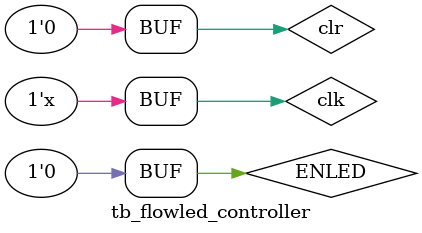
<source format=v>
module tb_flowled_controller();
parameter DELY=80;
reg clk,clr,ENLED;wire [7:0] led;
flowled_controller i1(.clk(clk),.ENLED(ENLED),.clr(clr),.led(led));
always begin #DELY clk=~clk;end
initial begin
clk=1;ENLED=1;clr=1;
#(DELY);clr=0;
#(DELY);ENLED=0;
end
endmodule
</source>
